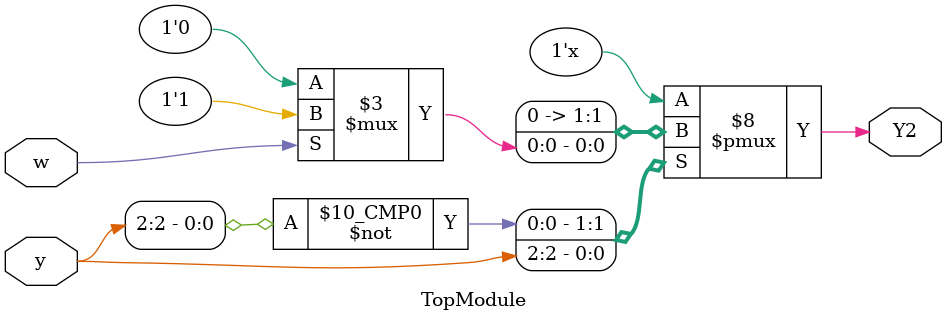
<source format=sv>

module TopModule (
  input [3:1] y,input w,
  output reg Y2
);

always @(*) begin
    case(y[2])
        3'b000: Y2 = (w) ? 1'b0 : 1'b0;
        3'b001: Y2 = (w) ? 1'b1 : 1'b0;
        3'b010: Y2 = (w) ? 1'b0 : 1'b1;
        3'b011: Y2 = (w) ? 1'b1 : 1'b0;
        3'b100: Y2 = (w) ? 1'b0 : 1'b1;
        3'b101: Y2 = (w) ? 1'b1 : 1'b1;
        default: Y2 = 1'b0;
    endcase
end

endmodule
/*
The testbench simulated, but had errors. Please fix the module. The output of iverilog is as follows:
VCD info: dumpfile wave.vcd opened for output.
D:/MyVerilogDebugger/Dataset/dataset_verilog-eval-human/Prob135_m2014_q6b_test.sv:17: $finish called at 501 (1ps)
Hint: Output 'Y2' has 38 mismatches. First mismatch occurred at time 20.
Hint: Total mismatched samples is 38 out of 100 samples

Simulation finished at 501 ps
Mismatches: 38 in 100 samples

*/
/*
Misinterpretation of Multimodal Data： State Transition Diagram
*/
</source>
